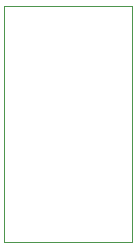
<source format=gbr>
G04 #@! TF.GenerationSoftware,KiCad,Pcbnew,(5.1.5)-3*
G04 #@! TF.CreationDate,2020-06-10T14:36:35-04:00*
G04 #@! TF.ProjectId,Modbus Adapter,4d6f6462-7573-4204-9164-61707465722e,rev?*
G04 #@! TF.SameCoordinates,Original*
G04 #@! TF.FileFunction,Profile,NP*
%FSLAX46Y46*%
G04 Gerber Fmt 4.6, Leading zero omitted, Abs format (unit mm)*
G04 Created by KiCad (PCBNEW (5.1.5)-3) date 2020-06-10 14:36:35*
%MOMM*%
%LPD*%
G04 APERTURE LIST*
%ADD10C,0.050000*%
G04 APERTURE END LIST*
D10*
X166319200Y-102753200D02*
X177219200Y-102753200D01*
X177219200Y-82753200D02*
X177219200Y-102753200D01*
X166319200Y-82753200D02*
X177219200Y-82753200D01*
X166319200Y-82753200D02*
X166319200Y-102753200D01*
M02*

</source>
